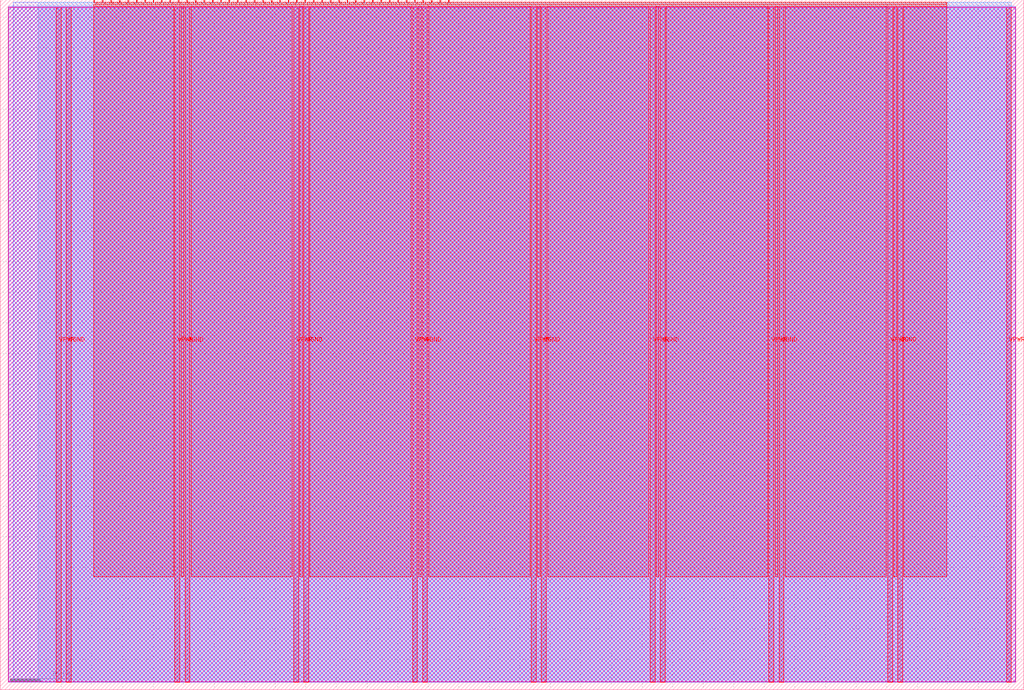
<source format=lef>
VERSION 5.7 ;
  NOWIREEXTENSIONATPIN ON ;
  DIVIDERCHAR "/" ;
  BUSBITCHARS "[]" ;
MACRO tt_um_ieeeuoftasic_simproc
  CLASS BLOCK ;
  FOREIGN tt_um_ieeeuoftasic_simproc ;
  ORIGIN 0.000 0.000 ;
  SIZE 334.880 BY 225.760 ;
  PIN VGND
    DIRECTION INOUT ;
    USE GROUND ;
    PORT
      LAYER met4 ;
        RECT 21.580 2.480 23.180 223.280 ;
    END
    PORT
      LAYER met4 ;
        RECT 60.450 2.480 62.050 223.280 ;
    END
    PORT
      LAYER met4 ;
        RECT 99.320 2.480 100.920 223.280 ;
    END
    PORT
      LAYER met4 ;
        RECT 138.190 2.480 139.790 223.280 ;
    END
    PORT
      LAYER met4 ;
        RECT 177.060 2.480 178.660 223.280 ;
    END
    PORT
      LAYER met4 ;
        RECT 215.930 2.480 217.530 223.280 ;
    END
    PORT
      LAYER met4 ;
        RECT 254.800 2.480 256.400 223.280 ;
    END
    PORT
      LAYER met4 ;
        RECT 293.670 2.480 295.270 223.280 ;
    END
  END VGND
  PIN VPWR
    DIRECTION INOUT ;
    USE POWER ;
    PORT
      LAYER met4 ;
        RECT 18.280 2.480 19.880 223.280 ;
    END
    PORT
      LAYER met4 ;
        RECT 57.150 2.480 58.750 223.280 ;
    END
    PORT
      LAYER met4 ;
        RECT 96.020 2.480 97.620 223.280 ;
    END
    PORT
      LAYER met4 ;
        RECT 134.890 2.480 136.490 223.280 ;
    END
    PORT
      LAYER met4 ;
        RECT 173.760 2.480 175.360 223.280 ;
    END
    PORT
      LAYER met4 ;
        RECT 212.630 2.480 214.230 223.280 ;
    END
    PORT
      LAYER met4 ;
        RECT 251.500 2.480 253.100 223.280 ;
    END
    PORT
      LAYER met4 ;
        RECT 290.370 2.480 291.970 223.280 ;
    END
    PORT
      LAYER met4 ;
        RECT 329.240 2.480 330.840 223.280 ;
    END
  END VPWR
  PIN clk
    DIRECTION INPUT ;
    USE SIGNAL ;
    ANTENNAGATEAREA 0.852000 ;
    PORT
      LAYER met4 ;
        RECT 143.830 224.760 144.130 225.760 ;
    END
  END clk
  PIN ena
    DIRECTION INPUT ;
    USE SIGNAL ;
    PORT
      LAYER met4 ;
        RECT 146.590 224.760 146.890 225.760 ;
    END
  END ena
  PIN rst_n
    DIRECTION INPUT ;
    USE SIGNAL ;
    ANTENNAGATEAREA 0.196500 ;
    PORT
      LAYER met4 ;
        RECT 141.070 224.760 141.370 225.760 ;
    END
  END rst_n
  PIN ui_in[0]
    DIRECTION INPUT ;
    USE SIGNAL ;
    ANTENNAGATEAREA 0.196500 ;
    PORT
      LAYER met4 ;
        RECT 138.310 224.760 138.610 225.760 ;
    END
  END ui_in[0]
  PIN ui_in[1]
    DIRECTION INPUT ;
    USE SIGNAL ;
    PORT
      LAYER met4 ;
        RECT 135.550 224.760 135.850 225.760 ;
    END
  END ui_in[1]
  PIN ui_in[2]
    DIRECTION INPUT ;
    USE SIGNAL ;
    PORT
      LAYER met4 ;
        RECT 132.790 224.760 133.090 225.760 ;
    END
  END ui_in[2]
  PIN ui_in[3]
    DIRECTION INPUT ;
    USE SIGNAL ;
    PORT
      LAYER met4 ;
        RECT 130.030 224.760 130.330 225.760 ;
    END
  END ui_in[3]
  PIN ui_in[4]
    DIRECTION INPUT ;
    USE SIGNAL ;
    PORT
      LAYER met4 ;
        RECT 127.270 224.760 127.570 225.760 ;
    END
  END ui_in[4]
  PIN ui_in[5]
    DIRECTION INPUT ;
    USE SIGNAL ;
    PORT
      LAYER met4 ;
        RECT 124.510 224.760 124.810 225.760 ;
    END
  END ui_in[5]
  PIN ui_in[6]
    DIRECTION INPUT ;
    USE SIGNAL ;
    PORT
      LAYER met4 ;
        RECT 121.750 224.760 122.050 225.760 ;
    END
  END ui_in[6]
  PIN ui_in[7]
    DIRECTION INPUT ;
    USE SIGNAL ;
    PORT
      LAYER met4 ;
        RECT 118.990 224.760 119.290 225.760 ;
    END
  END ui_in[7]
  PIN uio_in[0]
    DIRECTION INPUT ;
    USE SIGNAL ;
    ANTENNAGATEAREA 0.213000 ;
    PORT
      LAYER met4 ;
        RECT 116.230 224.760 116.530 225.760 ;
    END
  END uio_in[0]
  PIN uio_in[1]
    DIRECTION INPUT ;
    USE SIGNAL ;
    ANTENNAGATEAREA 0.213000 ;
    PORT
      LAYER met4 ;
        RECT 113.470 224.760 113.770 225.760 ;
    END
  END uio_in[1]
  PIN uio_in[2]
    DIRECTION INPUT ;
    USE SIGNAL ;
    ANTENNAGATEAREA 0.196500 ;
    PORT
      LAYER met4 ;
        RECT 110.710 224.760 111.010 225.760 ;
    END
  END uio_in[2]
  PIN uio_in[3]
    DIRECTION INPUT ;
    USE SIGNAL ;
    ANTENNAGATEAREA 0.196500 ;
    PORT
      LAYER met4 ;
        RECT 107.950 224.760 108.250 225.760 ;
    END
  END uio_in[3]
  PIN uio_in[4]
    DIRECTION INPUT ;
    USE SIGNAL ;
    ANTENNAGATEAREA 0.196500 ;
    PORT
      LAYER met4 ;
        RECT 105.190 224.760 105.490 225.760 ;
    END
  END uio_in[4]
  PIN uio_in[5]
    DIRECTION INPUT ;
    USE SIGNAL ;
    ANTENNAGATEAREA 0.196500 ;
    PORT
      LAYER met4 ;
        RECT 102.430 224.760 102.730 225.760 ;
    END
  END uio_in[5]
  PIN uio_in[6]
    DIRECTION INPUT ;
    USE SIGNAL ;
    ANTENNAGATEAREA 0.196500 ;
    PORT
      LAYER met4 ;
        RECT 99.670 224.760 99.970 225.760 ;
    END
  END uio_in[6]
  PIN uio_in[7]
    DIRECTION INPUT ;
    USE SIGNAL ;
    ANTENNAGATEAREA 0.196500 ;
    PORT
      LAYER met4 ;
        RECT 96.910 224.760 97.210 225.760 ;
    END
  END uio_in[7]
  PIN uio_oe[0]
    DIRECTION OUTPUT ;
    USE SIGNAL ;
    PORT
      LAYER met4 ;
        RECT 49.990 224.760 50.290 225.760 ;
    END
  END uio_oe[0]
  PIN uio_oe[1]
    DIRECTION OUTPUT ;
    USE SIGNAL ;
    PORT
      LAYER met4 ;
        RECT 47.230 224.760 47.530 225.760 ;
    END
  END uio_oe[1]
  PIN uio_oe[2]
    DIRECTION OUTPUT ;
    USE SIGNAL ;
    PORT
      LAYER met4 ;
        RECT 44.470 224.760 44.770 225.760 ;
    END
  END uio_oe[2]
  PIN uio_oe[3]
    DIRECTION OUTPUT ;
    USE SIGNAL ;
    PORT
      LAYER met4 ;
        RECT 41.710 224.760 42.010 225.760 ;
    END
  END uio_oe[3]
  PIN uio_oe[4]
    DIRECTION OUTPUT ;
    USE SIGNAL ;
    PORT
      LAYER met4 ;
        RECT 38.950 224.760 39.250 225.760 ;
    END
  END uio_oe[4]
  PIN uio_oe[5]
    DIRECTION OUTPUT ;
    USE SIGNAL ;
    PORT
      LAYER met4 ;
        RECT 36.190 224.760 36.490 225.760 ;
    END
  END uio_oe[5]
  PIN uio_oe[6]
    DIRECTION OUTPUT ;
    USE SIGNAL ;
    PORT
      LAYER met4 ;
        RECT 33.430 224.760 33.730 225.760 ;
    END
  END uio_oe[6]
  PIN uio_oe[7]
    DIRECTION OUTPUT ;
    USE SIGNAL ;
    PORT
      LAYER met4 ;
        RECT 30.670 224.760 30.970 225.760 ;
    END
  END uio_oe[7]
  PIN uio_out[0]
    DIRECTION OUTPUT ;
    USE SIGNAL ;
    PORT
      LAYER met4 ;
        RECT 72.070 224.760 72.370 225.760 ;
    END
  END uio_out[0]
  PIN uio_out[1]
    DIRECTION OUTPUT ;
    USE SIGNAL ;
    PORT
      LAYER met4 ;
        RECT 69.310 224.760 69.610 225.760 ;
    END
  END uio_out[1]
  PIN uio_out[2]
    DIRECTION OUTPUT ;
    USE SIGNAL ;
    PORT
      LAYER met4 ;
        RECT 66.550 224.760 66.850 225.760 ;
    END
  END uio_out[2]
  PIN uio_out[3]
    DIRECTION OUTPUT ;
    USE SIGNAL ;
    PORT
      LAYER met4 ;
        RECT 63.790 224.760 64.090 225.760 ;
    END
  END uio_out[3]
  PIN uio_out[4]
    DIRECTION OUTPUT ;
    USE SIGNAL ;
    PORT
      LAYER met4 ;
        RECT 61.030 224.760 61.330 225.760 ;
    END
  END uio_out[4]
  PIN uio_out[5]
    DIRECTION OUTPUT ;
    USE SIGNAL ;
    PORT
      LAYER met4 ;
        RECT 58.270 224.760 58.570 225.760 ;
    END
  END uio_out[5]
  PIN uio_out[6]
    DIRECTION OUTPUT ;
    USE SIGNAL ;
    PORT
      LAYER met4 ;
        RECT 55.510 224.760 55.810 225.760 ;
    END
  END uio_out[6]
  PIN uio_out[7]
    DIRECTION OUTPUT ;
    USE SIGNAL ;
    PORT
      LAYER met4 ;
        RECT 52.750 224.760 53.050 225.760 ;
    END
  END uio_out[7]
  PIN uo_out[0]
    DIRECTION OUTPUT ;
    USE SIGNAL ;
    ANTENNADIFFAREA 0.445500 ;
    PORT
      LAYER met4 ;
        RECT 94.150 224.760 94.450 225.760 ;
    END
  END uo_out[0]
  PIN uo_out[1]
    DIRECTION OUTPUT ;
    USE SIGNAL ;
    ANTENNADIFFAREA 0.795200 ;
    PORT
      LAYER met4 ;
        RECT 91.390 224.760 91.690 225.760 ;
    END
  END uo_out[1]
  PIN uo_out[2]
    DIRECTION OUTPUT ;
    USE SIGNAL ;
    ANTENNADIFFAREA 0.445500 ;
    PORT
      LAYER met4 ;
        RECT 88.630 224.760 88.930 225.760 ;
    END
  END uo_out[2]
  PIN uo_out[3]
    DIRECTION OUTPUT ;
    USE SIGNAL ;
    PORT
      LAYER met4 ;
        RECT 85.870 224.760 86.170 225.760 ;
    END
  END uo_out[3]
  PIN uo_out[4]
    DIRECTION OUTPUT ;
    USE SIGNAL ;
    PORT
      LAYER met4 ;
        RECT 83.110 224.760 83.410 225.760 ;
    END
  END uo_out[4]
  PIN uo_out[5]
    DIRECTION OUTPUT ;
    USE SIGNAL ;
    PORT
      LAYER met4 ;
        RECT 80.350 224.760 80.650 225.760 ;
    END
  END uo_out[5]
  PIN uo_out[6]
    DIRECTION OUTPUT ;
    USE SIGNAL ;
    PORT
      LAYER met4 ;
        RECT 77.590 224.760 77.890 225.760 ;
    END
  END uo_out[6]
  PIN uo_out[7]
    DIRECTION OUTPUT ;
    USE SIGNAL ;
    PORT
      LAYER met4 ;
        RECT 74.830 224.760 75.130 225.760 ;
    END
  END uo_out[7]
  OBS
      LAYER nwell ;
        RECT 2.570 2.635 332.310 223.230 ;
      LAYER li1 ;
        RECT 2.760 2.635 332.120 223.125 ;
      LAYER met1 ;
        RECT 2.760 2.480 332.120 223.680 ;
      LAYER met2 ;
        RECT 4.240 2.535 330.810 224.925 ;
      LAYER met3 ;
        RECT 12.485 2.555 330.830 224.905 ;
      LAYER met4 ;
        RECT 31.370 224.360 33.030 224.905 ;
        RECT 34.130 224.360 35.790 224.905 ;
        RECT 36.890 224.360 38.550 224.905 ;
        RECT 39.650 224.360 41.310 224.905 ;
        RECT 42.410 224.360 44.070 224.905 ;
        RECT 45.170 224.360 46.830 224.905 ;
        RECT 47.930 224.360 49.590 224.905 ;
        RECT 50.690 224.360 52.350 224.905 ;
        RECT 53.450 224.360 55.110 224.905 ;
        RECT 56.210 224.360 57.870 224.905 ;
        RECT 58.970 224.360 60.630 224.905 ;
        RECT 61.730 224.360 63.390 224.905 ;
        RECT 64.490 224.360 66.150 224.905 ;
        RECT 67.250 224.360 68.910 224.905 ;
        RECT 70.010 224.360 71.670 224.905 ;
        RECT 72.770 224.360 74.430 224.905 ;
        RECT 75.530 224.360 77.190 224.905 ;
        RECT 78.290 224.360 79.950 224.905 ;
        RECT 81.050 224.360 82.710 224.905 ;
        RECT 83.810 224.360 85.470 224.905 ;
        RECT 86.570 224.360 88.230 224.905 ;
        RECT 89.330 224.360 90.990 224.905 ;
        RECT 92.090 224.360 93.750 224.905 ;
        RECT 94.850 224.360 96.510 224.905 ;
        RECT 97.610 224.360 99.270 224.905 ;
        RECT 100.370 224.360 102.030 224.905 ;
        RECT 103.130 224.360 104.790 224.905 ;
        RECT 105.890 224.360 107.550 224.905 ;
        RECT 108.650 224.360 110.310 224.905 ;
        RECT 111.410 224.360 113.070 224.905 ;
        RECT 114.170 224.360 115.830 224.905 ;
        RECT 116.930 224.360 118.590 224.905 ;
        RECT 119.690 224.360 121.350 224.905 ;
        RECT 122.450 224.360 124.110 224.905 ;
        RECT 125.210 224.360 126.870 224.905 ;
        RECT 127.970 224.360 129.630 224.905 ;
        RECT 130.730 224.360 132.390 224.905 ;
        RECT 133.490 224.360 135.150 224.905 ;
        RECT 136.250 224.360 137.910 224.905 ;
        RECT 139.010 224.360 140.670 224.905 ;
        RECT 141.770 224.360 143.430 224.905 ;
        RECT 144.530 224.360 146.190 224.905 ;
        RECT 147.290 224.360 309.745 224.905 ;
        RECT 30.655 223.680 309.745 224.360 ;
        RECT 30.655 36.895 56.750 223.680 ;
        RECT 59.150 36.895 60.050 223.680 ;
        RECT 62.450 36.895 95.620 223.680 ;
        RECT 98.020 36.895 98.920 223.680 ;
        RECT 101.320 36.895 134.490 223.680 ;
        RECT 136.890 36.895 137.790 223.680 ;
        RECT 140.190 36.895 173.360 223.680 ;
        RECT 175.760 36.895 176.660 223.680 ;
        RECT 179.060 36.895 212.230 223.680 ;
        RECT 214.630 36.895 215.530 223.680 ;
        RECT 217.930 36.895 251.100 223.680 ;
        RECT 253.500 36.895 254.400 223.680 ;
        RECT 256.800 36.895 289.970 223.680 ;
        RECT 292.370 36.895 293.270 223.680 ;
        RECT 295.670 36.895 309.745 223.680 ;
  END
END tt_um_ieeeuoftasic_simproc
END LIBRARY


</source>
